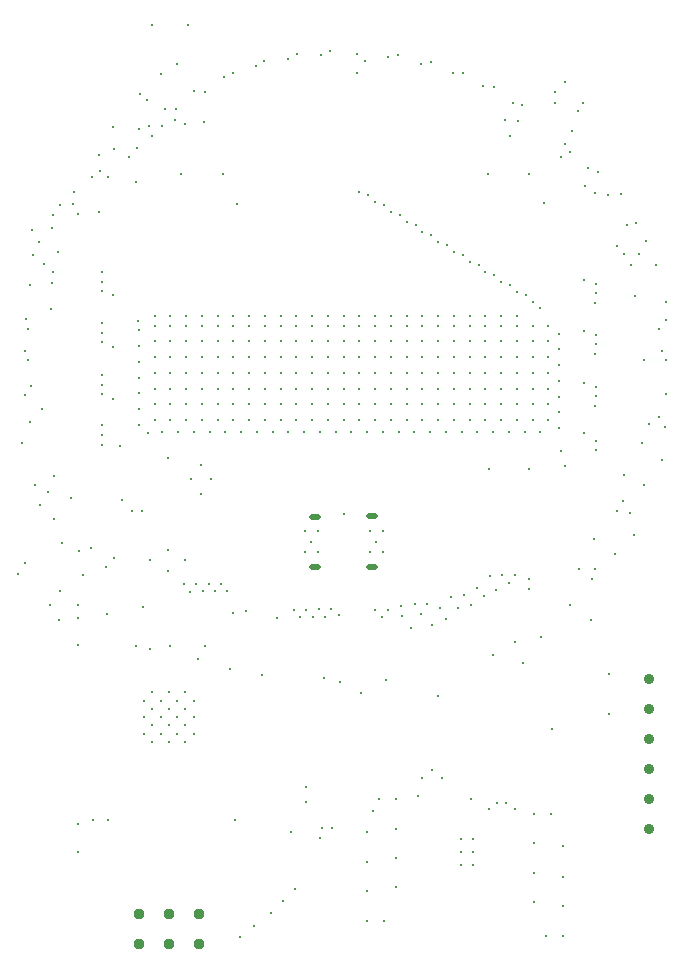
<source format=gbr>
%TF.GenerationSoftware,Altium Limited,Altium Designer,25.4.2 (15)*%
G04 Layer_Color=0*
%FSLAX45Y45*%
%MOMM*%
%TF.SameCoordinates,19D022B1-5E63-46E7-B1F0-11DBF932BF25*%
%TF.FilePolarity,Positive*%
%TF.FileFunction,Plated,1,4,PTH,Drill*%
%TF.Part,Single*%
G01*
G75*
%TA.AperFunction,ComponentDrill*%
%ADD143C,0.30000*%
%ADD144O,1.00000X0.50000*%
%ADD145C,0.95000*%
%TA.AperFunction,ViaDrill,NotFilled*%
%ADD146C,0.30000*%
%ADD147C,0.90000*%
D143*
X1451080Y1945480D02*
D03*
X1591080D02*
D03*
Y2225480D02*
D03*
X1451080D02*
D03*
X1661080Y2295480D02*
D03*
X1521080D02*
D03*
X1381080D02*
D03*
X1731080Y1945480D02*
D03*
Y2085480D02*
D03*
Y2225480D02*
D03*
X1381080Y1875480D02*
D03*
X1661080D02*
D03*
X1521080D02*
D03*
X1311080Y1945480D02*
D03*
Y2225480D02*
D03*
Y2085480D02*
D03*
X1661080Y2015480D02*
D03*
Y2155480D02*
D03*
X1521080Y2015480D02*
D03*
Y2155480D02*
D03*
X1381080Y2015480D02*
D03*
Y2155480D02*
D03*
X1591080Y2085480D02*
D03*
X1451080D02*
D03*
D144*
X2760000Y3359700D02*
D03*
X3240000D02*
D03*
X2760000Y3784700D02*
D03*
X3240000Y3787200D02*
D03*
D145*
X1520000Y163496D02*
D03*
Y417496D02*
D03*
X1774000D02*
D03*
X1266000Y163496D02*
D03*
X1774000D02*
D03*
X1266000Y417496D02*
D03*
D146*
X2439110Y2929251D02*
D03*
X1592067Y7617189D02*
D03*
X1456858Y7535576D02*
D03*
X306237Y3395000D02*
D03*
X244131Y3295000D02*
D03*
X5470492Y5653189D02*
D03*
X5372164Y6011438D02*
D03*
X448417Y4692364D02*
D03*
X2061305Y2972035D02*
D03*
X2177803Y2981108D02*
D03*
X2900149Y1150000D02*
D03*
X2804212Y1064600D02*
D03*
X749080Y1178330D02*
D03*
Y942630D02*
D03*
X4570053Y3259037D02*
D03*
X4454521Y3286274D02*
D03*
X3267565Y2992251D02*
D03*
X3906344Y3102849D02*
D03*
X3710370Y3047587D02*
D03*
X3813255Y3008686D02*
D03*
X3603845Y3046709D02*
D03*
X3488557Y3022967D02*
D03*
X3377252Y2996535D02*
D03*
X3324542Y2929755D02*
D03*
X4023436Y3119520D02*
D03*
X4133847Y3181552D02*
D03*
X4237203Y3282527D02*
D03*
X4344208Y3289907D02*
D03*
X1181100Y6830060D02*
D03*
X1060442Y3436406D02*
D03*
X4230583Y1308162D02*
D03*
X2958457Y2952866D02*
D03*
X2891535Y2999070D02*
D03*
X2840662Y2936322D02*
D03*
X2790098Y2998867D02*
D03*
X2739794Y2936216D02*
D03*
X2683150Y2993210D02*
D03*
X2632488Y2930592D02*
D03*
X2581968Y2997323D02*
D03*
X1649999Y3215000D02*
D03*
X1700519Y3148268D02*
D03*
X1751181Y3210886D02*
D03*
X1807825Y3153893D02*
D03*
X1858129Y3216543D02*
D03*
X1908694Y3153999D02*
D03*
X1959567Y3216747D02*
D03*
X2011488Y3155543D02*
D03*
X3799372Y2267908D02*
D03*
X1794100Y3978437D02*
D03*
X588454Y2910289D02*
D03*
X1110613Y4382221D02*
D03*
X952480Y4472909D02*
D03*
Y4390410D02*
D03*
X957368Y4555410D02*
D03*
X952480Y4901196D02*
D03*
Y4818697D02*
D03*
X957368Y4983697D02*
D03*
X1050700Y4783697D02*
D03*
X952480Y5341659D02*
D03*
Y5259160D02*
D03*
X957368Y5424159D02*
D03*
X1050700Y5224159D02*
D03*
Y5656200D02*
D03*
X957368Y5856200D02*
D03*
X952480Y5691200D02*
D03*
Y5773699D02*
D03*
X4875000Y4215331D02*
D03*
X4837781Y4340331D02*
D03*
X5540000Y5111294D02*
D03*
X5135000Y4427830D02*
D03*
Y4883617D02*
D03*
Y5324080D02*
D03*
Y5756120D02*
D03*
Y5673621D02*
D03*
Y5241581D02*
D03*
Y4801118D02*
D03*
Y4345331D02*
D03*
X5130112Y5591121D02*
D03*
Y5159080D02*
D03*
Y4718618D02*
D03*
X5036780Y4490331D02*
D03*
Y4918618D02*
D03*
Y5359080D02*
D03*
Y5791120D02*
D03*
X5311903Y6078339D02*
D03*
X5478413Y6265966D02*
D03*
X5345537Y6511415D02*
D03*
X4981841Y7220770D02*
D03*
X4931025Y7052041D02*
D03*
X4873869Y7464545D02*
D03*
X4792500Y7379632D02*
D03*
X1337165Y7309487D02*
D03*
X1766437Y2581397D02*
D03*
X1360752Y2663246D02*
D03*
X995992Y2956838D02*
D03*
X1300256Y3022674D02*
D03*
X985320Y3353614D02*
D03*
X791370Y3291345D02*
D03*
X862547Y3520872D02*
D03*
X612903Y3562203D02*
D03*
X551180Y3761740D02*
D03*
X387465Y4052890D02*
D03*
X523568Y5542411D02*
D03*
X585739Y6024686D02*
D03*
X931822Y6359519D02*
D03*
X1342383Y4492298D02*
D03*
X1257616Y5443567D02*
D03*
X4477093Y7129631D02*
D03*
X4514660Y7270806D02*
D03*
X4270625Y7419467D02*
D03*
X4010033Y7538965D02*
D03*
X3739875Y7630917D02*
D03*
X3460231Y7694779D02*
D03*
X3179701Y7643629D02*
D03*
X2888223Y7727112D02*
D03*
X2606612Y7701647D02*
D03*
X2325562Y7645653D02*
D03*
X2062491Y7539428D02*
D03*
X1826804Y7375609D02*
D03*
X1658205Y7104637D02*
D03*
X1578306Y7237303D02*
D03*
X1352535Y7089617D02*
D03*
X1254528Y6906282D02*
D03*
X1052896Y6895886D02*
D03*
X925506Y6846508D02*
D03*
X940202Y6711592D02*
D03*
X714414Y6534287D02*
D03*
X751193Y6347043D02*
D03*
X600736Y6418374D02*
D03*
X530518Y6231137D02*
D03*
X374509Y5994881D02*
D03*
X538345Y5855567D02*
D03*
X348873Y5748570D02*
D03*
X329927Y5106555D02*
D03*
X353319Y4890343D02*
D03*
X343931Y4582828D02*
D03*
X4914664Y6869592D02*
D03*
X5155269Y6698351D02*
D03*
X5125813Y6522412D02*
D03*
X5401149Y6253514D02*
D03*
X5562424Y6115151D02*
D03*
X5645932Y5912406D02*
D03*
X5729772Y5602924D02*
D03*
X5730398Y5450484D02*
D03*
X5733535Y5111294D02*
D03*
X5731674Y4824595D02*
D03*
X5720920Y4539010D02*
D03*
X5547753Y4049346D02*
D03*
X5370018Y3915462D02*
D03*
X5301890Y3467626D02*
D03*
X5099876Y3255436D02*
D03*
X4917484Y3031648D02*
D03*
X4453887Y2722320D02*
D03*
X3357298Y2398160D02*
D03*
X3146059Y2292894D02*
D03*
X2972966Y2380497D02*
D03*
X2830904Y2414903D02*
D03*
X2310688Y2440124D02*
D03*
X2036157Y2495533D02*
D03*
X1829917Y2688232D02*
D03*
X1530652Y2689703D02*
D03*
X1242896Y2685419D02*
D03*
X2815477Y1146740D02*
D03*
X1709719Y4100000D02*
D03*
X5530075Y4408962D02*
D03*
X5044868Y6579518D02*
D03*
X4844007Y6825782D02*
D03*
X425415Y6105031D02*
D03*
X530111Y5758982D02*
D03*
X5692500Y4261189D02*
D03*
X5313887Y3828224D02*
D03*
X4673011Y2767256D02*
D03*
X4995000Y3342500D02*
D03*
X695211Y3938353D02*
D03*
X4449417Y1308162D02*
D03*
X3665276Y1570176D02*
D03*
X1359574Y3414891D02*
D03*
X1660993Y3415509D02*
D03*
X1509974Y3321687D02*
D03*
X1509283Y3498845D02*
D03*
X1878482Y4100000D02*
D03*
X1794100Y4221563D02*
D03*
X1291599Y3829890D02*
D03*
X1209425D02*
D03*
X1125374Y3921300D02*
D03*
X1683621Y7945170D02*
D03*
X1376878Y7944471D02*
D03*
X4763995Y1984977D02*
D03*
X3574584Y2841046D02*
D03*
X2100000Y6427501D02*
D03*
X1621726Y6684999D02*
D03*
X1976237D02*
D03*
X4226953Y6685000D02*
D03*
X4574117D02*
D03*
X4570386Y4185000D02*
D03*
X4230180D02*
D03*
X4412004Y7005069D02*
D03*
X4700000Y6437500D02*
D03*
X4520000Y2542500D02*
D03*
X2553480Y1116450D02*
D03*
X2678480Y1363980D02*
D03*
Y1490980D02*
D03*
X5249430Y2452422D02*
D03*
Y2116215D02*
D03*
X1821923Y7122748D02*
D03*
X1461328Y7092234D02*
D03*
X1009466Y6657998D02*
D03*
X540325Y6334644D02*
D03*
X3632500Y1422500D02*
D03*
X749080Y2698684D02*
D03*
Y2922555D02*
D03*
X596076Y3155000D02*
D03*
X513392Y3036598D02*
D03*
X1003080Y1215000D02*
D03*
X876080D02*
D03*
X1274953Y7361189D02*
D03*
X747500Y3035000D02*
D03*
X3493522Y2940281D02*
D03*
X3657993Y2958309D02*
D03*
X3866664Y2919790D02*
D03*
X3746337Y2862919D02*
D03*
X3966760Y3008922D02*
D03*
X4077065Y3038800D02*
D03*
X4187175Y3107856D02*
D03*
X4288889Y3161972D02*
D03*
X4398072Y3219429D02*
D03*
X4569269Y3174402D02*
D03*
X3245018Y1292402D02*
D03*
X2077715Y1218827D02*
D03*
X2119794Y222221D02*
D03*
X2590000Y627500D02*
D03*
X2485692Y525290D02*
D03*
X2237593Y316879D02*
D03*
X2386734Y430306D02*
D03*
X4333733Y5481029D02*
D03*
X4200402D02*
D03*
X4067072D02*
D03*
X3933742D02*
D03*
X3800413D02*
D03*
X3667083D02*
D03*
X3533753D02*
D03*
X3400423D02*
D03*
X3267093D02*
D03*
X3133763D02*
D03*
X4665930Y4496752D02*
D03*
X4532600D02*
D03*
X4399270D02*
D03*
X4265940D02*
D03*
X4132611D02*
D03*
X3999281D02*
D03*
X3865951D02*
D03*
X3732621D02*
D03*
X3599291D02*
D03*
X3465961D02*
D03*
X3332631D02*
D03*
X3199301D02*
D03*
X3065971D02*
D03*
X2932641D02*
D03*
X1466011D02*
D03*
X1599341D02*
D03*
X1732671D02*
D03*
X1866001D02*
D03*
X1999331D02*
D03*
X2132661D02*
D03*
X2265991D02*
D03*
X2399321D02*
D03*
X2532651D02*
D03*
X2665981D02*
D03*
X2799311D02*
D03*
X4100000Y837500D02*
D03*
X3990000D02*
D03*
X4100000Y947500D02*
D03*
X3990000D02*
D03*
X3990000Y1057500D02*
D03*
X4100000D02*
D03*
X432917Y3884730D02*
D03*
X310851Y5460367D02*
D03*
X548684Y4129399D02*
D03*
X278753Y4404727D02*
D03*
X357904Y6207452D02*
D03*
X1245000Y6620000D02*
D03*
X5374269Y4140047D02*
D03*
X5432669Y5917242D02*
D03*
X5455000Y3630000D02*
D03*
X4267573Y2616042D02*
D03*
X1514100Y4279422D02*
D03*
X5097500Y2912500D02*
D03*
X1571503Y7138523D02*
D03*
X3000000Y3802499D02*
D03*
X1376354Y7005037D02*
D03*
X1045000Y7082500D02*
D03*
X5030000Y7290000D02*
D03*
X5238408Y6509821D02*
D03*
X4792501Y7290000D02*
D03*
X4467063Y5481029D02*
D03*
X3000003Y5480705D02*
D03*
X4664630Y5552570D02*
D03*
X4542743Y5660014D02*
D03*
X4409566Y5745015D02*
D03*
X4276389Y5830016D02*
D03*
X4143212Y5915017D02*
D03*
X3477175Y6340021D02*
D03*
X3134558Y6536005D02*
D03*
X3267888Y6451004D02*
D03*
X3401065Y6366004D02*
D03*
X3343998Y6425022D02*
D03*
X3210668Y6510023D02*
D03*
X4599963Y5603497D02*
D03*
X4466632Y5685997D02*
D03*
X4333456Y5770998D02*
D03*
X4200279Y5855998D02*
D03*
X3534242Y6281003D02*
D03*
X3667419Y6196002D02*
D03*
X3800595Y6111001D02*
D03*
X3933926Y6026000D02*
D03*
X4067102Y5940999D02*
D03*
X4010036Y6000018D02*
D03*
X3876705Y6085019D02*
D03*
X3743529Y6170019D02*
D03*
X3610352Y6255020D02*
D03*
X3750000Y1635000D02*
D03*
X4377501Y1358642D02*
D03*
X4302501D02*
D03*
X4082500Y1388858D02*
D03*
X3832500Y1567500D02*
D03*
X2725000Y3572200D02*
D03*
X3275000D02*
D03*
X3220000Y3482200D02*
D03*
X3330000D02*
D03*
X3220000Y3662200D02*
D03*
X3330000D02*
D03*
X2670000Y3482200D02*
D03*
X2780001D02*
D03*
Y3662200D02*
D03*
X2670000D02*
D03*
X3443059Y646271D02*
D03*
X3199441Y1116714D02*
D03*
X3199441Y859198D02*
D03*
X3443059Y1141714D02*
D03*
X3443060Y894432D02*
D03*
X3199441Y611270D02*
D03*
X3199441Y362187D02*
D03*
X3345559D02*
D03*
X3296941Y1390985D02*
D03*
X3443059D02*
D03*
X4857392Y237188D02*
D03*
X4756118Y1265985D02*
D03*
X4853619Y991715D02*
D03*
X4853645Y734198D02*
D03*
X4853619Y486271D02*
D03*
X4711273Y237188D02*
D03*
X4610002Y521271D02*
D03*
X4608210Y769432D02*
D03*
X4610000Y1016715D02*
D03*
X4609999Y1265985D02*
D03*
X4819993Y5332489D02*
D03*
X1933363Y5399990D02*
D03*
X3666653D02*
D03*
Y5266660D02*
D03*
X1933363D02*
D03*
X3666653Y5133330D02*
D03*
X1933363D02*
D03*
X3666653Y5000000D02*
D03*
X1933363D02*
D03*
X3666653Y4866670D02*
D03*
X1933363D02*
D03*
X3666653Y4733340D02*
D03*
X1933363D02*
D03*
X3666653Y4600010D02*
D03*
X1933363D02*
D03*
X4430782Y7289729D02*
D03*
X1267510Y5359990D02*
D03*
Y5226660D02*
D03*
X4819994Y5199159D02*
D03*
X1267510Y5093330D02*
D03*
X5673730Y5375767D02*
D03*
X4819993Y5065829D02*
D03*
X1267510Y4960000D02*
D03*
X306577Y5188342D02*
D03*
X4819992Y4932499D02*
D03*
X1267510Y4826670D02*
D03*
X4819993Y4799169D02*
D03*
X1267510Y4693340D02*
D03*
X4819993Y4665839D02*
D03*
X1267510Y4560010D02*
D03*
X4819993Y4532509D02*
D03*
X5118070Y3598080D02*
D03*
X1400043Y5399990D02*
D03*
X3133333D02*
D03*
Y5266660D02*
D03*
X1400043D02*
D03*
X3133333Y5133330D02*
D03*
X1400043D02*
D03*
X3133333Y5000000D02*
D03*
X1400043D02*
D03*
X3133333Y4866670D02*
D03*
X1400043D02*
D03*
X3133333Y4733340D02*
D03*
X1400043D02*
D03*
X3133333Y4600010D02*
D03*
X1400043D02*
D03*
X3375767Y7673723D02*
D03*
X1533374Y5399990D02*
D03*
X3266663D02*
D03*
Y5266660D02*
D03*
X1533374D02*
D03*
X3266663Y5133330D02*
D03*
X1533374D02*
D03*
X3266663Y5000000D02*
D03*
X1533374D02*
D03*
X3266663Y4866670D02*
D03*
X1533374D02*
D03*
X3266663Y4733340D02*
D03*
X1533374D02*
D03*
X3266663Y4600010D02*
D03*
X1533374D02*
D03*
X3653189Y7619798D02*
D03*
X1666704Y5399990D02*
D03*
X3399993D02*
D03*
Y5266660D02*
D03*
X1666704D02*
D03*
X3399993Y5133330D02*
D03*
X1666704D02*
D03*
X3399993Y5000000D02*
D03*
X1666704D02*
D03*
X3399993Y4866670D02*
D03*
X1666704D02*
D03*
X3399993Y4733340D02*
D03*
X1666704D02*
D03*
X3399993Y4600010D02*
D03*
X1666704D02*
D03*
X3923454Y7537170D02*
D03*
X1800033Y5399990D02*
D03*
X3533323D02*
D03*
Y5266660D02*
D03*
X1800033D02*
D03*
X3533323Y5133330D02*
D03*
X1800033D02*
D03*
X3533323Y5000000D02*
D03*
X1800033D02*
D03*
X3533323Y4866670D02*
D03*
X1800033D02*
D03*
X3533323Y4733340D02*
D03*
X1800033D02*
D03*
X3533323Y4600010D02*
D03*
X1800033D02*
D03*
X4183602Y7426744D02*
D03*
X2066694Y5399990D02*
D03*
X3799983D02*
D03*
Y5266660D02*
D03*
X2066694D02*
D03*
X3799983Y5133330D02*
D03*
X2066694D02*
D03*
X3799983Y5000000D02*
D03*
X2066694D02*
D03*
X3799983Y4866670D02*
D03*
X2066694D02*
D03*
X3799983Y4733340D02*
D03*
X2066694D02*
D03*
X3799983Y4600010D02*
D03*
X2066694D02*
D03*
X4364741Y7142214D02*
D03*
X2200024Y5399990D02*
D03*
X3933313D02*
D03*
Y5266660D02*
D03*
X2200024D02*
D03*
X3933313Y5133330D02*
D03*
X2200024D02*
D03*
X3933313Y5000000D02*
D03*
X2200024D02*
D03*
X3933313Y4866670D02*
D03*
X2200024D02*
D03*
X3933313Y4733340D02*
D03*
X2200024D02*
D03*
X3933313Y4600010D02*
D03*
X2200024D02*
D03*
X2333353Y5399990D02*
D03*
X4066643D02*
D03*
Y5266660D02*
D03*
X2333353D02*
D03*
X4066643Y5133330D02*
D03*
X2333353D02*
D03*
X4066643Y5000000D02*
D03*
X2333353D02*
D03*
X4066643Y4866670D02*
D03*
X2333353D02*
D03*
X4066643Y4733340D02*
D03*
X2333353D02*
D03*
X4066643Y4600010D02*
D03*
X2333353D02*
D03*
X2255779Y7595406D02*
D03*
X2466683Y5399990D02*
D03*
X4199973D02*
D03*
Y5266660D02*
D03*
X2466683D02*
D03*
X4199973Y5133330D02*
D03*
X2466683D02*
D03*
X4199973Y5000000D02*
D03*
X2466683D02*
D03*
X4199973Y4866670D02*
D03*
X2466683D02*
D03*
X4199973Y4733340D02*
D03*
X2466683D02*
D03*
X4199973Y4600010D02*
D03*
X2466683D02*
D03*
X1988562Y7503396D02*
D03*
X2600014Y5399990D02*
D03*
X4333303D02*
D03*
Y5266660D02*
D03*
X2600014D02*
D03*
X4333303Y5133330D02*
D03*
X2600014D02*
D03*
X4333303Y5000000D02*
D03*
X2600014D02*
D03*
X4333303Y4866670D02*
D03*
X2600014D02*
D03*
X4333303Y4733340D02*
D03*
X2600014D02*
D03*
X4333303Y4600010D02*
D03*
X2600014D02*
D03*
X2531150Y7658981D02*
D03*
X2733344Y5399990D02*
D03*
X4466633D02*
D03*
Y5266660D02*
D03*
X2733344D02*
D03*
X4466633Y5133330D02*
D03*
X2733344D02*
D03*
X4466633Y5000000D02*
D03*
X2733344D02*
D03*
X4466633Y4866670D02*
D03*
X2733344D02*
D03*
X4466633Y4733340D02*
D03*
X2733344D02*
D03*
X4466633Y4600010D02*
D03*
X2733344D02*
D03*
X2811658Y7693423D02*
D03*
X2866673Y5399990D02*
D03*
X4599963D02*
D03*
Y5266660D02*
D03*
X2866673D02*
D03*
X4599963Y5133330D02*
D03*
X2866673D02*
D03*
X4599963Y5000000D02*
D03*
X2866673D02*
D03*
X4599963Y4866670D02*
D03*
X2866673D02*
D03*
X4599963Y4733340D02*
D03*
X2866673D02*
D03*
X4599963Y4600010D02*
D03*
X2866673D02*
D03*
X3117773Y7697430D02*
D03*
X3000003Y5399990D02*
D03*
Y5266660D02*
D03*
Y5133330D02*
D03*
Y5000000D02*
D03*
Y4866670D02*
D03*
Y4733340D02*
D03*
Y4600010D02*
D03*
X4733293Y5399990D02*
D03*
Y5266660D02*
D03*
Y5133330D02*
D03*
X4733292Y5000000D02*
D03*
Y4866670D02*
D03*
Y4733340D02*
D03*
Y4600010D02*
D03*
X3110793Y7537582D02*
D03*
X872371Y6662286D02*
D03*
X5127635Y3337714D02*
D03*
X5426750Y3816398D02*
D03*
X5673730Y4624233D02*
D03*
X5693429Y5188342D02*
D03*
X5503403Y6011438D02*
D03*
X1732427Y7383958D02*
D03*
X5068326Y6735526D02*
D03*
X1264474Y7068320D02*
D03*
X710271Y6430782D02*
D03*
X462830Y5923454D02*
D03*
X326277Y5375767D02*
D03*
X306577Y4811657D02*
D03*
X496604Y3988562D02*
D03*
X761599Y3490179D02*
D03*
X4875584Y6942217D02*
D03*
X1490179Y7238401D02*
D03*
X5582931Y4569921D02*
D03*
X1933363Y5480705D02*
D03*
X1800033D02*
D03*
X2200024D02*
D03*
X2066694D02*
D03*
X2866673D02*
D03*
X2466683D02*
D03*
X2333353D02*
D03*
X2733344D02*
D03*
X2600014D02*
D03*
X1666704D02*
D03*
X1533374D02*
D03*
X1400043D02*
D03*
D147*
X5588000Y2413000D02*
D03*
Y2159000D02*
D03*
Y1143000D02*
D03*
Y1905000D02*
D03*
Y1651000D02*
D03*
Y1397000D02*
D03*
%TF.MD5,766993267217edcf6096737a429a28ef*%
M02*

</source>
